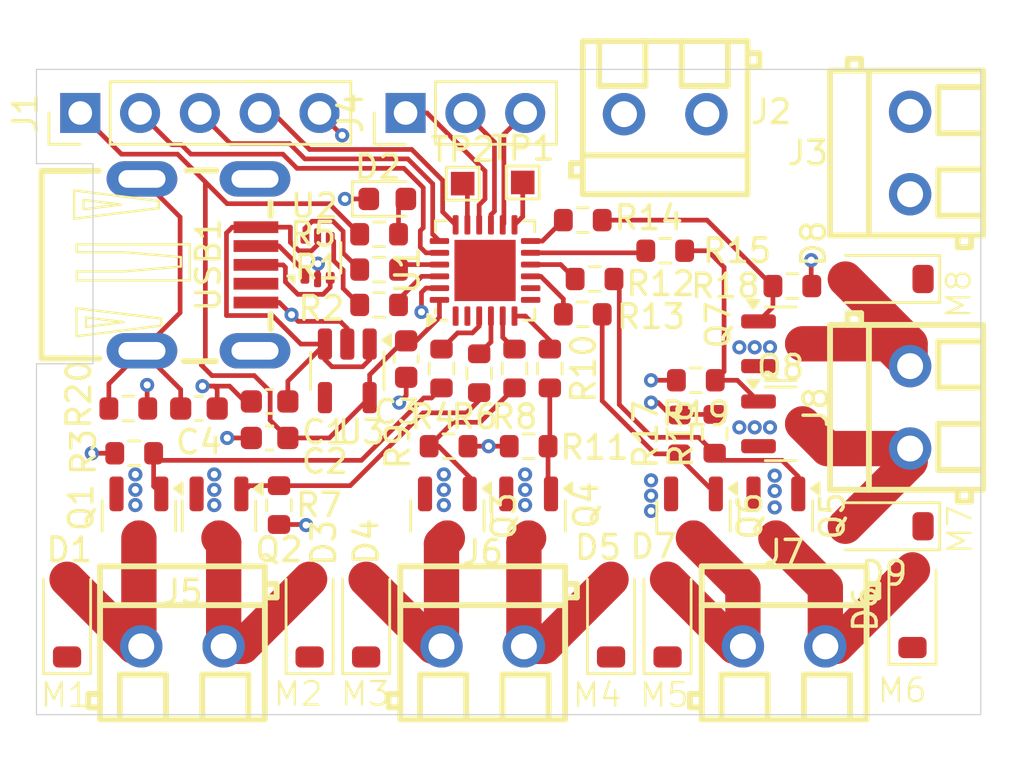
<source format=kicad_pcb>
(kicad_pcb (version 20241229) (generator "pcbnew") (generator_version "9.0")
  (layers (0 "F.Cu" signal) (2 "B.Cu" signal) (13 "F.Paste" user) (15 "B.Paste" user) (5 "F.SilkS" user "F.Silkscreen") (7 "B.SilkS" user "B.Silkscreen") (1 "F.Mask" user) (3 "B.Mask" user) (25 "Edge.Cuts" user))
  (net 0 "")
  (net 1 "GND")
  (net 2 "+5V")
  (net 3 "VDD")
  (net 4 "Vdrive")
  (net 5 "MOTOR1")
  (net 6 "Net-(D2-A)")
  (net 7 "MOTOR2")
  (net 8 "MOTOR3")
  (net 9 "MOTOR4")
  (net 10 "MOTOR6")
  (net 11 "MOTOR5")
  (net 12 "MOTOR8")
  (net 13 "MOTOR7")
  (net 14 "Net-(J1-Pin_2)")
  (net 15 "Net-(J1-Pin_4)")
  (net 16 "Net-(J1-Pin_3)")
  (net 17 "Net-(Q1-G)")
  (net 18 "Net-(Q2-G)")
  (net 19 "Net-(Q3-G)")
  (net 20 "Net-(Q4-G)")
  (net 21 "Net-(Q5-G)")
  (net 22 "Net-(Q6-G)")
  (net 23 "Net-(Q7-G)")
  (net 24 "Net-(Q8-G)")
  (net 25 "Net-(R1-Pad2)")
  (net 26 "Net-(U1-PA24)")
  (net 27 "Net-(R2-Pad1)")
  (net 28 "Net-(U1-PA25)")
  (net 29 "DRIVE1")
  (net 30 "DRIVE2")
  (net 31 "DRIVE3")
  (net 32 "DRIVE4")
  (net 33 "DRIVE6")
  (net 34 "DRIVE5")
  (net 35 "DRIVE8")
  (net 36 "DRIVE7")
  (net 37 "Net-(J4-Pin_1)")
  (net 38 "Net-(J4-Pin_3)")
  (net 41 "Net-(J4-Pin_2)")
  (net 44 "Net-(U1-PA27)")
  (net 45 "Net-(USB1-D+)")
  (net 46 "Net-(USB1-D-)")
  (net 49 "Net-(USB1-6)")
  (net 50 "Net-(U1-PA16)")
  (footprint "Connector_PinHeader_2.54mm:PinHeader_1x03_P2.54mm_Vertical" (layer "F.Cu") (at 66.275 40.75 90)
    (property "Reference" "J4")
    (property "Value" "Extra")
  )
  (footprint "Resistor_SMD:R_0603_1608Metric" (layer "F.Cu") (at 73.8 45.3)
    (property "Reference" "R14")
    (property "Value" "100")
  )
  (footprint "Resistor_SMD:R_0603_1608Metric" (layer "F.Cu") (at 74.3 47.8)
    (property "Reference" "R12")
    (property "Value" "100")
  )
  (footprint "Resistor_SMD:R_0603_1608Metric" (layer "F.Cu") (at 68.1 54.9)
    (property "Reference" "R9")
    (property "Value" "10k")
  )
  (footprint "Diode_SMD:D_SOD-123" (layer "F.Cu") (at 51.9 62.2 90)
    (property "Reference" "D1")
    (property "Value" "D")
  )
  (footprint "C695629:CONN-TH_DB301V-3.5-2P-GN" (layer "F.Cu") (at 56.8 63.4)
    (property "Reference" "J5")
    (property "Value" "Motor")
  )
  (footprint "Resistor_SMD:R_0603_1608Metric" (layer "F.Cu") (at 73.8 49.3)
    (property "Reference" "R13")
    (property "Value" "100")
  )
  (footprint "Diode_SMD:D_SOD-123" (layer "F.Cu") (at 86.6 47.8 180)
    (property "Reference" "D8")
    (property "Value" "D")
  )
  (footprint "Resistor_SMD:R_0603_1608Metric" (layer "F.Cu") (at 65.15 47.4 180)
    (property "Reference" "R1")
    (property "Value" "C107701")
  )
  (footprint "Package_TO_SOT_SMD:SOT-23" (layer "F.Cu") (at 71.5 57.8625 -90)
    (property "Reference" "Q4")
    (property "Value" "AO3400A")
  )
  (footprint "Resistor_SMD:R_0603_1608Metric" (layer "F.Cu") (at 79.4 54.375 90)
    (property "Reference" "R16")
    (property "Value" "10k")
  )
  (footprint "Resistor_SMD:R_0603_1608Metric" (layer "F.Cu") (at 71.5 54.9 180)
    (property "Reference" "R11")
    (property "Value" "10k")
  )
  (footprint "Package_TO_SOT_SMD:SOT-23" (layer "F.Cu") (at 82.2 50.55)
    (property "Reference" "Q7")
    (property "Value" "AO3400A")
  )
  (footprint "Diode_SMD:D_SOD-123" (layer "F.Cu") (at 75 62.2 90)
    (property "Reference" "D5")
    (property "Value" "D")
  )
  (footprint "Resistor_SMD:R_0603_1608Metric" (layer "F.Cu") (at 65.15 45.9)
    (property "Reference" "R5")
    (property "Value" "C22548")
  )
  (footprint "Resistor_SMD:R_0603_1608Metric" (layer "F.Cu") (at 72.4 51.6 -90)
    (property "Reference" "R10")
    (property "Value" "100")
  )
  (footprint "C695629:CONN-TH_DB301V-3.5-2P-GN" (layer "F.Cu") (at 87.7 53.25 90)
    (property "Reference" "J8")
    (property "Value" "Motor")
  )
  (footprint "Resistor_SMD:R_0603_1608Metric" (layer "F.Cu") (at 77.3 46.6)
    (property "Reference" "R15")
    (property "Value" "100")
  )
  (footprint "Resistor_SMD:R_0603_1608Metric" (layer "F.Cu") (at 70.9 51.6 -90)
    (property "Reference" "R8")
    (property "Value" "100")
  )
  (footprint "LED_SMD:LED_0603_1608Metric" (layer "F.Cu") (at 65.5 44.4)
    (property "Reference" "D2")
    (property "Value" "0603")
  )
  (footprint "Diode_SMD:D_SOD-123" (layer "F.Cu") (at 87.8 61.8 90)
    (property "Reference" "D6")
    (property "Value" "D")
  )
  (footprint "Diode_SMD:D_SOD-123" (layer "F.Cu") (at 86.6 58.3 180)
    (property "Reference" "D9")
    (property "Value" "D")
  )
  (footprint "Resistor_SMD:R_0603_1608Metric" (layer "F.Cu") (at 67.8 51.6 -90)
    (property "Reference" "R4")
    (property "Value" "C105588")
  )
  (footprint "Resistor_SMD:R_0603_1608Metric" (layer "F.Cu") (at 78.6 52.1 180)
    (property "Reference" "R19")
    (property "Value" "10k")
  )
  (footprint "Package_TO_SOT_SMD:SOT-23" (layer "F.Cu") (at 68.05 57.8625 -90)
    (property "Reference" "Q3")
    (property "Value" "AO3400A")
  )
  (footprint "C695629:CONN-TH_DB301V-3.5-2P-GN" (layer "F.Cu") (at 82.35 63.4)
    (property "Reference" "J7")
    (property "Value" "Motor")
  )
  (footprint "Package_TO_SOT_SMD:SOT-23" (layer "F.Cu") (at 58.35 57.8625 -90)
    (property "Reference" "Q2")
    (property "Value" "AO3400A")
  )
  (footprint "Connector_PinHeader_2.54mm:PinHeader_1x05_P2.54mm_Vertical" (layer "F.Cu") (at 52.46 40.75 90)
    (property "Reference" "J1")
    (property "Value" "SWD")
  )
  (footprint "TestPoint:TestPoint_Pad_1.0x1.0mm" (layer "F.Cu") (at 71.25 43.7)
    (property "Reference" "TP1")
    (property "Value" "TP23")
  )
  (footprint "Capacitor_SMD:C_0603_1608Metric" (layer "F.Cu") (at 60.5 54.55 180)
    (property "Reference" "C2")
    (property "Value" "10uF")
  )
  (footprint "Package_TO_SOT_SMD:SOT-23" (layer "F.Cu") (at 82 57.8625 -90)
    (property "Reference" "Q5")
    (property "Value" "AO3400A")
  )
  (footprint "Diode_SMD:D_SOD-123" (layer "F.Cu") (at 62.2 62.2 90)
    (property "Reference" "D3")
    (property "Value" "D")
  )
  (footprint "Resistor_SMD:R_0603_1608Metric" (layer "F.Cu") (at 69.4 51.8 -90)
    (property "Reference" "R6")
    (property "Value" "100")
  )
  (footprint "Resistor_SMD:R_0603_1608Metric" (layer "F.Cu") (at 54.5 53.3 180)
    (property "Reference" "R20")
    (property "Value" "1M")
  )
  (footprint "C695629:CONN-TH_DB301V-3.5-2P-GN" (layer "F.Cu") (at 69.55 63.4)
    (property "Reference" "J6")
    (property "Value" "Motor")
  )
  (footprint "Package_TO_SOT_SMD:SOT-23" (layer "F.Cu") (at 54.95 57.8625 -90)
    (property "Reference" "Q1")
    (property "Value" "AO3400A")
  )
  (footprint "Resistor_SMD:R_0603_1608Metric" (layer "F.Cu") (at 82.7 48.1)
    (property "Reference" "R18")
    (property "Value" "10k")
  )
  (footprint "C145778:USB-MINI-SMD_U-M-M5DD-W-1" (layer "F.Cu") (at 57.5 47.2 -90)
    (property "Reference" "USB1")
    (property "Value" "U-M-M5DD-W-1")
  )
  (footprint "Diode_SMD:D_SOD-123" (layer "F.Cu") (at 77.4 62.2 90)
    (property "Reference" "D7")
    (property "Value" "D")
  )
  (footprint "Package_TO_SOT_SMD:SOT-23" (layer "F.Cu") (at 78.5 57.8625 -90)
    (property "Reference" "Q6")
    (property "Value" "AO3400A")
  )
  (footprint "Capacitor_SMD:C_0603_1608Metric" (layer "F.Cu") (at 60.5 53 180)
    (property "Reference" "C1")
    (property "Value" "10uF")
  )
  (footprint "Resistor_SMD:R_0603_1608Metric" (layer "F.Cu") (at 77.9 54.4 90)
    (property "Reference" "R17")
    (property "Value" "10k")
  )
  (footprint "Package_TO_SOT_SMD:SOT-23-5" (layer "F.Cu") (at 63.8 51.7 -90)
    (property "Reference" "U3")
    (property "Value" "MIC5504-3.3YM5")
  )
  (footprint "Package_DFN_QFN:QFN-24-1EP_4x4mm_P0.5mm_EP2.6x2.6mm" (layer "F.Cu") (at 69.65 47.4375 90)
    (property "Reference" "U1")
    (property "Value" "ATSAMD11D14A-M")
  )
  (footprint "Resistor_SMD:R_0603_1608Metric" (layer "F.Cu") (at 65.15 48.9)
    (property "Reference" "R2")
    (property "Value" "C107701")
  )
  (footprint "C695629:CONN-TH_DB301V-3.5-2P-GN" (layer "F.Cu") (at 77.3 40.8 180)
    (property "Reference" "J2")
    (property "Value" "Vin")
  )
  (footprint "Diode_SMD:D_SOD-123" (layer "F.Cu") (at 64.6 62.2 90)
    (property "Reference" "D4")
    (property "Value" "D")
  )
  (footprint "Resistor_SMD:R_0603_1608Metric" (layer "F.Cu") (at 54.75 55.2 180)
    (property "Reference" "R3")
    (property "Value" "C98220")
  )
  (footprint "C695629:CONN-TH_DB301V-3.5-2P-GN" (layer "F.Cu") (at 87.7 42.45 90)
    (property "Reference" "J3")
    (property "Value" "Common High")
  )
  (footprint "Capacitor_SMD:C_0603_1608Metric" (layer "F.Cu") (at 66.3 51.2 -90)
    (property "Reference" "C3")
    (property "Value" "100nF")
  )
  (footprint "Resistor_SMD:R_0603_1608Metric" (layer "F.Cu") (at 60.9 57.4 -90)
    (property "Reference" "R7")
    (property "Value" "10k")
  )
  (footprint "Package_TO_SOT_SMD:SOT-666" (layer "F.Cu") (at 62.5375 46.9 90)
    (property "Reference" "U2")
    (property "Value" "USBLC6-2P6")
  )
  (footprint "Package_TO_SOT_SMD:SOT-23" (layer "F.Cu") (at 82.2 53.95)
    (property "Reference" "Q8")
    (property "Value" "AO3400A")
  )
  (footprint "TestPoint:TestPoint_Pad_1.0x1.0mm" (layer "F.Cu") (at 68.7 43.75)
    (property "Reference" "TP2")
    (property "Value" "TP27")
  )
  (footprint "Capacitor_SMD:C_0603_1608Metric" (layer "F.Cu") (at 57.5 53.3 180)
    (property "Reference" "C4")
    (property "Value" "1nF")
  )
  (gr_line (start 53 51.4) (end 50.6 51.4) (stroke (width 0.05)) (layer "Edge.Cuts"))
  (gr_line (start 50.6 38.9) (end 50.6 42.9) (stroke (width 0.05)) (layer "Edge.Cuts"))
  (gr_line (start 53 42.9) (end 53 51.4) (stroke (width 0.05)) (layer "Edge.Cuts"))
  (gr_line (start 90.7 66.3) (end 50.6 66.3) (stroke (width 0.05)) (layer "Edge.Cuts"))
  (gr_line (start 50.6 38.9) (end 90.7 38.9) (stroke (width 0.05)) (layer "Edge.Cuts"))
  (gr_line (start 90.7 38.9) (end 90.7 66.3) (stroke (width 0.05)) (layer "Edge.Cuts"))
  (gr_line (start 50.6 42.9) (end 53 42.9) (stroke (width 0.05)) (layer "Edge.Cuts"))
  (gr_line (start 50.6 51.4) (end 50.6 66.3) (stroke (width 0.05)) (layer "Edge.Cuts"))
  (gr_text "M6" (at 86.25 65.85 0) (layer "F.SilkS") (effects (font (size 1 1) (thickness 0.1)) (justify left bottom)))
  (gr_text "M7" (at 90.4 59.55 90) (layer "F.SilkS") (effects (font (size 1 1) (thickness 0.1)) (justify left bottom)))
  (gr_text "M1" (at 50.7 66.05 0) (layer "F.SilkS") (effects (font (size 1 1) (thickness 0.1)) (justify left bottom)))
  (gr_text "M4 M5" (at 73.3 66.05 0) (layer "F.SilkS") (effects (font (size 1 1) (thickness 0.1)) (justify left bottom)))
  (gr_text "M2 M3" (at 60.6 66 0) (layer "F.SilkS") (effects (font (size 1 1) (thickness 0.1)) (justify left bottom)))
  (gr_text "M8" (at 90.35 49.55 90) (layer "F.SilkS") (effects (font (size 1 1) (thickness 0.1)) (justify left bottom)))
  (segment (start 76.7 52.1) (end 77.775 52.1) (width 0.2) (layer "F.Cu") (net 1))
  (segment (start 62.025 58.225) (end 60.9 58.225) (width 0.2) (layer "F.Cu") (net 1))
  (segment (start 77.925 53.55) (end 77.9 53.575) (width 0.2) (layer "F.Cu") (net 1))
  (segment (start 59.45 53) (end 59.725 53) (width 0.2) (layer "F.Cu") (net 1))
  (segment (start 66.3 52.75147) (end 66.000735 53.050735) (width 0.2) (layer "F.Cu") (net 1))
  (segment (start 58.8 52.35) (end 59.45 53) (width 0.2) (layer "F.Cu") (net 1))
  (segment (start 60.914868 48.8) (end 59.92 48.8) (width 0.2) (layer "F.Cu") (net 1))
  (segment (start 61.432434 49.317566) (end 60.914868 48.8) (width 0.2) (layer "F.Cu") (net 1))
  (segment (start 63.7 50.4625) (end 63.8 50.5625) (width 0.2) (layer "F.Cu") (net 1))
  (segment (start 62.633142 40.75) (end 63.581142 41.698) (width 0.2) (layer "F.Cu") (net 1))
  (segment (start 57.65 52.35) (end 58.8 52.35) (width 0.2) (layer "F.Cu") (net 1))
  (segment (start 66.95 48.373702) (end 67.136202 48.1875) (width 0.2) (layer "F.Cu") (net 1))
  (segment (start 77.525 53.575) (end 77.9 53.575) (width 0.2) (layer "F.Cu") (net 1))
  (segment (start 76.7 53.05) (end 77 53.05) (width 0.2) (layer "F.Cu") (net 1))
  (segment (start 62.62 40.75) (end 62.633142 40.75) (width 0.2) (layer "F.Cu") (net 1))
  (segment (start 58.15 52.35) (end 58.275 52.475) (width 0.2) (layer "F.Cu") (net 1))
  (segment (start 62.05 58.25) (end 62.025 58.225) (width 0.2) (layer "F.Cu") (net 1))
  (segment (start 66.3 51.975) (end 66.3 52.75147) (width 0.2) (layer "F.Cu") (net 1))
  (segment (start 83.5 47) (end 83.5 48.075) (width 0.2) (layer "F.Cu") (net 1))
  (segment (start 58.275 52.475) (end 58.275 53.3) (width 0.2) (layer "F.Cu") (net 1))
  (segment (start 83.5 48.075) (end 83.525 48.1) (width 0.2) (layer "F.Cu") (net 1))
  (segment (start 61.714868 49.6) (end 61.432434 49.317566) (width 0.2) (layer "F.Cu") (net 1))
  (segment (start 58.7 54.55) (end 59.725 54.55) (width 0.2) (layer "F.Cu") (net 1))
  (segment (start 77 53.05) (end 77.525 53.575) (width 0.2) (layer "F.Cu") (net 1))
  (segment (start 63.8 49.900001) (end 63.499999 49.6) (width 0.2) (layer "F.Cu") (net 1))
  (segment (start 62.55 47.15) (end 62.55 47.8125) (width 0.2) (layer "F.Cu") (net 1))
  (segment (start 66.95 49.2) (end 66.95 48.373702) (width 0.2) (layer "F.Cu") (net 1))
  (segment (start 63.499999 49.6) (end 61.714868 49.6) (width 0.2) (layer "F.Cu") (net 1))
  (segment (start 55.3 52.3) (end 55.3 53.275) (width 0.2) (layer "F.Cu") (net 1))
  (segment (start 69.8 54.9) (end 68.925 54.9) (width 0.2) (layer "F.Cu") (net 1))
  (segment (start 52.95 55.2) (end 53.925 55.2) (width 0.2) (layer "F.Cu") (net 1))
  (segment (start 57.65 52.35) (end 58.15 52.35) (width 0.2) (layer "F.Cu") (net 1))
  (segment (start 79.4 53.55) (end 77.925 53.55) (width 0.2) (layer "F.Cu") (net 1))
  (segment (start 62.55 47.8125) (end 62.5375 47.825) (width 0.2) (layer "F.Cu") (net 1))
  (segment (start 63.7 44.4) (end 64.7125 44.4) (width 0.2) (layer "F.Cu") (net 1))
  (segment (start 67.136202 48.1875) (end 67.7125 48.1875) (width 0.2) (layer "F.Cu") (net 1))
  (segment (start 63.8 50.5625) (end 63.8 49.900001) (width 0.2) (layer "F.Cu") (net 1))
  (segment (start 69.8 54.9) (end 70.675 54.9) (width 0.2) (layer "F.Cu") (net 1))
  (segment (start 55.3 53.275) (end 55.325 53.3) (width 0.2) (layer "F.Cu") (net 1))
  (via (at 81.75 54.1) (size 0.6) (drill 0.3) (layers "F.Cu" "B.Cu") (net 1))
  (via (at 81.75 50.7) (size 0.6) (drill 0.3) (layers "F.Cu" "B.Cu") (net 1))
  (via (at 58.15 57.4) (size 0.6) (drill 0.3) (layers "F.Cu" "B.Cu") (net 1))
  (via (at 58.7 54.55) (size 0.6) (drill 0.3) (layers "F.Cu" "B.Cu") (net 1))
  (via (at 52.95 55.2) (size 0.6) (drill 0.3) (layers "F.Cu" "B.Cu") (net 1))
  (via (at 66.95 49.2) (size 0.6) (drill 0.3) (layers "F.Cu" "B.Cu") (net 1))
  (via (at 58.15 56.1) (size 0.6) (drill 0.3) (layers "F.Cu" "B.Cu") (net 1))
  (via (at 66.000735 53.050735) (size 0.6) (drill 0.3) (layers "F.Cu" "B.Cu") (net 1))
  (via (at 54.8 56.75) (size 0.6) (drill 0.3) (layers "F.Cu" "B.Cu") (net 1))
  (via (at 62.05 58.25) (size 0.6) (drill 0.3) (layers "F.Cu" "B.Cu") (net 1))
  (via (at 69.8 54.9) (size 0.6) (drill 0.3) (layers "F.Cu" "B.Cu") (net 1))
  (via (at 54.8 56.1) (size 0.6) (drill 0.3) (layers "F.Cu" "B.Cu") (net 1))
  (via (at 83.5 47) (size 0.6) (drill 0.3) (layers "F.Cu" "B.Cu") (net 1))
  (via (at 57.65 52.35) (size 0.6) (drill 0.3) (layers "F.Cu" "B.Cu") (net 1))
  (via (at 63.581142 41.698) (size 0.6) (drill 0.3) (layers "F.Cu" "B.Cu") (net 1))
  (via (at 80.45 50.7) (size 0.6) (drill 0.3) (layers "F.Cu" "B.Cu") (net 1))
  (via (at 67.9 56.75) (size 0.6) (drill 0.3) (layers "F.Cu" "B.Cu") (net 1))
  (via (at 76.7 52.1) (size 0.6) (drill 0.3) (layers "F.Cu" "B.Cu") (net 1))
  (via (at 63.7 44.4) (size 0.6) (drill 0.3) (layers "F.Cu" "B.Cu") (net 1))
  (via (at 76.7 56.35) (size 0.6) (drill 0.3) (layers "F.Cu" "B.Cu") (net 1))
  (via (at 80.45 54.1) (size 0.6) (drill 0.3) (layers "F.Cu" "B.Cu") (net 1))
  (via (at 76.7 53.05) (size 0.6) (drill 0.3) (layers "F.Cu" "B.Cu") (net 1))
  (via (at 81.1 54.1) (size 0.6) (drill 0.3) (layers "F.Cu" "B.Cu") (net 1))
  (via (at 71.35 57.4) (size 0.6) (drill 0.3) (layers "F.Cu" "B.Cu") (net 1))
  (via (at 67.9 57.4) (size 0.6) (drill 0.3) (layers "F.Cu" "B.Cu") (net 1))
  (via (at 71.35 56.75) (size 0.6) (drill 0.3) (layers "F.Cu" "B.Cu") (net 1))
  (via (at 58.15 56.75) (size 0.6) (drill 0.3) (layers "F.Cu" "B.Cu") (net 1))
  (via (at 81.1 50.7) (size 0.6) (drill 0.3) (layers "F.Cu" "B.Cu") (net 1))
  (via (at 62.55 47.15) (size 0.6) (drill 0.3) (layers "F.Cu" "B.Cu") (net 1))
  (via (at 55.3 52.3) (size 0.6) (drill 0.3) (layers "F.Cu" "B.Cu") (net 1))
  (via (at 81.95 57.5) (size 0.6) (drill 0.3) (layers "F.Cu" "B.Cu") (net 1))
  (via (at 76.7 57.65) (size 0.6) (drill 0.3) (layers "F.Cu" "B.Cu") (net 1))
  (via (at 81.95 56.15) (size 0.6) (drill 0.3) (layers "F.Cu" "B.Cu") (net 1))
  (via (at 54.8 57.4) (size 0.6) (drill 0.3) (layers "F.Cu" "B.Cu") (net 1))
  (via (at 76.7 57) (size 0.6) (drill 0.3) (layers "F.Cu" "B.Cu") (net 1))
  (via (at 81.95 56.8) (size 0.6) (drill 0.3) (layers "F.Cu" "B.Cu") (net 1))
  (via (at 71.35 56.1) (size 0.6) (drill 0.3) (layers "F.Cu" "B.Cu") (net 1))
  (via (at 67.9 56.1) (size 0.6) (drill 0.3) (layers "F.Cu" "B.Cu") (net 1))
  (via (at 61.432434 49.317566) (size 0.6) (drill 0.3) (layers "F.Cu" "B.Cu") (net 1))
  (segment (start 62.85 50.5625) (end 61.828838 50.5625) (width 0.2) (layer "F.Cu") (net 2))
  (segment (start 58.669 49.351) (end 58.669 45.849) (width 0.2) (layer "F.Cu") (net 2))
  (segment (start 61.740142 46.601) (end 62.283318 46.601) (width 0.2) (layer "F.Cu") (net 2))
  (segment (start 58.669 45.849) (end 58.918 45.6) (width 0.2) (layer "F.Cu") (net 2))
  (segment (start 63.151001 51.526) (end 64.448999 51.526) (width 0.2) (layer "F.Cu") (net 2))
  (segment (start 58.918 45.6) (end 59.92 45.6) (width 0.2) (layer "F.Cu") (net 2))
  (segment (start 62.5375 46.346818) (end 62.5375 45.975) (width 0.2) (layer "F.Cu") (net 2))
  (segment (start 62.85 51.224999) (end 63.151001 51.526) (width 0.2) (layer "F.Cu") (net 2))
  (segment (start 64.75 51.224999) (end 64.75 50.5625) (width 0.2) (layer "F.Cu") (net 2))
  (segment (start 64.448999 51.526) (end 64.75 51.224999) (width 0.2) (layer "F.Cu") (net 2))
  (segment (start 61.828838 50.5625) (end 60.617338 49.351) (width 0.2) (layer "F.Cu") (net 2))
  (segment (start 61.383858 45.6) (end 61.383858 46.244716) (width 0.2) (layer "F.Cu") (net 2))
  (segment (start 61.383858 46.244716) (end 61.740142 46.601) (width 0.2) (layer "F.Cu") (net 2))
  (segment (start 61.275 53) (end 61.275 52.1375) (width 0.2) (layer "F.Cu") (net 2))
  (segment (start 61.275 52.1375) (end 62.85 50.5625) (width 0.2) (layer "F.Cu") (net 2))
  (segment (start 62.283318 46.601) (end 62.5375 46.346818) (width 0.2) (layer "F.Cu") (net 2))
  (segment (start 60.617338 49.351) (end 58.669 49.351) (width 0.2) (layer "F.Cu") (net 2))
  (segment (start 62.85 50.5625) (end 62.85 51.224999) (width 0.2) (layer "F.Cu") (net 2))
  (segment (start 59.92 45.6) (end 61.383858 45.6) (width 0.2) (layer "F.Cu") (net 2))
  (segment (start 60.524 53.799) (end 60.524 52.57389) (width 0.2) (layer "F.Cu") (net 3))
  (segment (start 63.051057 44.601) (end 63.051057 44.626057) (width 0.2) (layer "F.Cu") (net 3))
  (segment (start 64.75 51.866968) (end 64.75 52.8375) (width 0.2) (layer "F.Cu") (net 3))
  (segment (start 66.3 50.425) (end 66.191968 50.425) (width 0.2) (layer "F.Cu") (net 3))
  (segment (start 67.7125 49.4375) (end 66.725 50.425) (width 0.2) (layer "F.Cu") (net 3))
  (segment (start 57.6 51.45) (end 57.771831 51.278169) (width 0.2) (layer "F.Cu") (net 3))
  (segment (start 57.771831 51.278169) (end 57.771831 43.678169) (width 0.2) (layer "F.Cu") (net 3))
  (segment (start 52.46 40.75) (end 54.209 42.499) (width 0.2) (layer "F.Cu") (net 3))
  (segment (start 58.051 51.901) (end 57.6 51.45) (width 0.2) (layer "F.Cu") (net 3))
  (segment (start 60.524 52.57389) (end 59.85111 51.901) (width 0.2) (layer "F.Cu") (net 3))
  (segment (start 59.85111 51.901) (end 58.051 51.901) (width 0.2) (layer "F.Cu") (net 3))
  (segment (start 63.051057 44.626057) (end 64.325 45.9) (width 0.2) (layer "F.Cu") (net 3))
  (segment (start 54.209 42.499) (end 56.592662 42.499) (width 0.2) (layer "F.Cu") (net 3))
  (segment (start 66.725 50.425) (end 66.3 50.425) (width 0.2) (layer "F.Cu") (net 3))
  (segment (start 64.75 52.8375) (end 63.0375 54.55) (width 0.2) (layer "F.Cu") (net 3))
  (segment (start 67.7125 48.6875) (end 67.7125 49.4375) (width 0.2) (layer "F.Cu") (net 3))
  (segment (start 61.275 54.55) (end 60.524 53.799) (width 0.2) (layer "F.Cu") (net 3))
  (segment (start 66.191968 50.425) (end 64.75 51.866968) (width 0.2) (layer "F.Cu") (net 3))
  (segment (start 56.592662 42.499) (end 57.771831 43.678169) (width 0.2) (layer "F.Cu") (net 3))
  (segment (start 63.0375 54.55) (end 61.275 54.55) (width 0.2) (layer "F.Cu") (net 3))
  (segment (start 63.051057 44.601) (end 58.694662 44.601) (width 0.2) (layer "F.Cu") (net 3))
  (segment (start 58.694662 44.601) (end 57.771831 43.678169) (width 0.2) (layer "F.Cu") (net 3))
  (segment (start 54.95 58.8) (end 54.95 63.3) (width 1.5) (layer "F.Cu") (net 5))
  (segment (start 55.05 63.4) (end 54.75 63.4) (width 1.5) (layer "F.Cu") (net 5))
  (segment (start 54.75 63.4) (end 51.9 60.55) (width 1.5) (layer "F.Cu") (net 5))
  (segment (start 54.95 63.3) (end 55.05 63.4) (width 1.5) (layer "F.Cu") (net 5))
  (segment (start 65.975 44.7125) (end 66.2875 44.4) (width 0.2) (layer "F.Cu") (net 6))
  (segment (start 65.975 45.9) (end 65.975 44.7125) (width 0.2) (layer "F.Cu") (net 6))
  (segment (start 58.55 63.4) (end 59.35 63.4) (width 1.5) (layer "F.Cu") (net 7))
  (segment (start 59.35 63.4) (end 62.2 60.55) (width 1.5) (layer "F.Cu") (net 7))
  (segment (start 58.55 59) (end 58.35 58.8) (width 1.5) (layer "F.Cu") (net 7))
  (segment (start 58.55 63.4) (end 58.55 59) (width 1.5) (layer "F.Cu") (net 7))
  (segment (start 67.45 63.4) (end 64.6 60.55) (width 1.5) (layer "F.Cu") (net 8))
  (segment (start 67.8 63.4) (end 67.45 63.4) (width 1.5) (layer "F.Cu") (net 8))
  (segment (start 67.8 59.05) (end 68.05 58.8) (width 1.5) (layer "F.Cu") (net 8))
  (segment (start 67.8 63.4) (end 67.8 59.05) (width 1.5) (layer "F.Cu") (net 8))
  (segment (start 71.3 59) (end 71.5 58.8) (width 1.5) (layer "F.Cu") (net 9))
  (segment (start 71.3 63.4) (end 71.3 59) (width 1.5) (layer "F.Cu") (net 9))
  (segment (start 72.15 63.4) (end 75 60.55) (width 1.5) (layer "F.Cu") (net 9))
  (segment (start 71.3 63.4) (end 72.15 63.4) (width 1.5) (layer "F.Cu") (net 9))
  (segment (start 84.1 63.4) (end 84.1 60.9) (width 1.5) (layer "F.Cu") (net 10))
  (segment (start 84.1 63.4) (end 84.55 63.4) (width 1.5) (layer "F.Cu") (net 10))
  (segment (start 84.55 63.4) (end 87.8 60.15) (width 1.5) (layer "F.Cu") (net 10))
  (segment (start 84.1 60.9) (end 82 58.8) (width 1.5) (layer "F.Cu") (net 10))
  (segment (start 80.25 63.4) (end 77.4 60.55) (width 1.5) (layer "F.Cu") (net 11))
  (segment (start 80.6 60.9) (end 78.5 58.8) (width 1.5) (layer "F.Cu") (net 11))
  (segment (start 80.6 63.4) (end 80.25 63.4) (width 1.5) (layer "F.Cu") (net 11))
  (segment (start 80.6 63.4) (end 80.6 60.9) (width 1.5) (layer "F.Cu") (net 11))
  (segment (start 87.7 50.55) (end 84.95 47.8) (width 1.5) (layer "F.Cu") (net 12))
  (segment (start 83.1375 50.55) (end 86.75 50.55) (width 1.5) (layer "F.Cu") (net 12))
  (segment (start 87.7 51.5) (end 87.7 50.55) (width 1.5) (layer "F.Cu") (net 12))
  (segment (start 86.75 50.55) (end 87.7 51.5) (width 1.5) (layer "F.Cu") (net 12))
  (segment (start 84.1875 55) (end 83.1375 53.95) (width 1.5) (layer "F.Cu") (net 13))
  (segment (start 87.7 55.55) (end 84.95 58.3) (width 1.5) (layer "F.Cu") (net 13))
  (segment (start 87.7 55) (end 84.1875 55) (width 1.5) (layer "F.Cu") (net 13))
  (segment (start 87.7 55) (end 87.7 55.55) (width 1.5) (layer "F.Cu") (net 13))
  (segment (start 66.9 45.75) (end 66.9 46.45) (width 0.2) (layer "F.Cu") (net 14))
  (segment (start 67.026 45.624) (end 66.9 45.75) (width 0.2) (layer "F.Cu") (net 14))
  (segment (start 61.666338 43.1) (end 66.2036 43.1) (width 0.2) (layer "F.Cu") (net 14))
  (segment (start 56.993662 42.3329) (end 57.159762 42.499) (width 0.2) (layer "F.Cu") (net 14))
  (segment (start 56.348 42.098) (end 56.426562 42.098) (width 0.2) (layer "F.Cu") (net 14))
  (segment (start 56.426562 42.098) (end 56.758762 42.098) (width 0.2) (layer "F.Cu") (net 14))
  (segment (start 66.9 46.45) (end 67.1375 46.6875) (width 0.2) (layer "F.Cu") (net 14))
  (segment (start 67.1375 46.6875) (end 67.7125 46.6875) (width 0.2) (layer "F.Cu") (net 14))
  (segment (start 66.2036 43.1) (end 67.026 43.9224) (width 0.2) (layer "F.Cu") (net 14))
  (segment (start 56.758762 42.098) (end 56.993662 42.3329) (width 0.2) (layer "F.Cu") (net 14))
  (segment (start 55 40.75) (end 56.348 42.098) (width 0.2) (layer "F.Cu") (net 14))
  (segment (start 67.026 43.9224) (end 67.026 45.624) (width 0.2) (layer "F.Cu") (net 14))
  (segment (start 57.159762 42.499) (end 61.065338 42.499) (width 0.2) (layer "F.Cu") (net 14))
  (segment (start 61.065338 42.499) (end 61.666338 43.1) (width 0.2) (layer "F.Cu") (net 14))
  (segment (start 62.198 42.298) (end 66.5358 42.298) (width 0.2) (layer "F.Cu") (net 15))
  (segment (start 67.85 43.6122) (end 67.85 44.95) (width 0.2) (layer "F.Cu") (net 15))
  (segment (start 60.65 40.75) (end 62.198 42.298) (width 0.2) (layer "F.Cu") (net 15))
  (segment (start 66.5358 42.298) (end 67.85 43.6122) (width 0.2) (layer "F.Cu") (net 15))
  (segment (start 60.08 40.75) (end 60.65 40.75) (width 0.2) (layer "F.Cu") (net 15))
  (segment (start 67.85 44.95) (end 68.4 45.5) (width 0.2) (layer "F.Cu") (net 15))
  (segment (start 58.84 42.05) (end 61.35 42.05) (width 0.2) (layer "F.Cu") (net 16))
  (segment (start 61.999 42.699) (end 66.3697 42.699) (width 0.2) (layer "F.Cu") (net 16))
  (segment (start 67.427 43.7563) (end 67.427 45.902) (width 0.2) (layer "F.Cu") (net 16))
  (segment (start 61.35 42.05) (end 61.999 42.699) (width 0.2) (layer "F.Cu") (net 16))
  (segment (start 57.54 40.75) (end 58.84 42.05) (width 0.2) (layer "F.Cu") (net 16))
  (segment (start 66.3697 42.699) (end 67.427 43.7563) (width 0.2) (layer "F.Cu") (net 16))
  (segment (start 67.427 45.902) (end 67.7125 46.1875) (width 0.2) (layer "F.Cu") (net 16))
  (segment (start 55.575 56.6) (end 55.9 56.925) (width 0.2) (layer "F.Cu") (net 17))
  (segment (start 67.375 52.85) (end 67.05 52.85) (width 0.2) (layer "F.Cu") (net 17))
  (segment (start 64.4 55.5) (end 55.875 55.5) (width 0.2) (layer "F.Cu") (net 17))
  (segment (start 55.875 55.5) (end 55.575 55.2) (width 0.2) (layer "F.Cu") (net 17))
  (segment (start 67.8 52.425) (end 67.375 52.85) (width 0.2) (layer "F.Cu") (net 17))
  (segment (start 67.05 52.85) (end 64.4 55.5) (width 0.2) (layer "F.Cu") (net 17))
  (segment (start 55.575 55.2) (end 55.575 56.6) (width 0.2) (layer "F.Cu") (net 17))
  (segment (start 68.86645 53.48355) (end 67.01645 53.48355) (width 0.2) (layer "F.Cu") (net 18))
  (segment (start 63.925 56.575) (end 60.9 56.575) (width 0.2) (layer "F.Cu") (net 18))
  (segment (start 69.4 52.95) (end 68.86645 53.48355) (width 0.2) (layer "F.Cu") (net 18))
  (segment (start 60.9 56.575) (end 59.65 56.575) (width 0.2) (layer "F.Cu") (net 18))
  (segment (start 69.4 52.625) (end 69.4 52.95) (width 0.2) (layer "F.Cu") (net 18))
  (segment (start 59.65 56.575) (end 59.3 56.925) (width 0.2) (layer "F.Cu") (net 18))
  (segment (start 67.01645 53.48355) (end 63.925 56.575) (width 0.2) (layer "F.Cu") (net 18))
  (segment (start 67.275 54.9) (end 67.675 54.9) (width 0.2) (layer "F.Cu") (net 19))
  (segment (start 69.44045 53.88455) (end 68.29045 53.88455) (width 0.2) (layer "F.Cu") (net 19))
  (segment (start 68.29045 53.88455) (end 67.275 54.9) (width 0.2) (layer "F.Cu") (net 19))
  (segment (start 70.9 52.425) (end 69.44045 53.88455) (width 0.2) (layer "F.Cu") (net 19))
  (segment (start 69 56.225) (end 69 56.925) (width 0.2) (layer "F.Cu") (net 19))
  (segment (start 67.675 54.9) (end 69 56.225) (width 0.2) (layer "F.Cu") (net 19))
  (segment (start 72.4 54.825) (end 72.325 54.9) (width 0.2) (layer "F.Cu") (net 20))
  (segment (start 72.325 56.8) (end 72.45 56.925) (width 0.2) (layer "F.Cu") (net 20))
  (segment (start 72.325 54.9) (end 72.325 56.8) (width 0.2) (layer "F.Cu") (net 20))
  (segment (start 72.4 52.425) (end 72.4 54.825) (width 0.2) (layer "F.Cu") (net 20))
  (segment (start 79.4 55.2) (end 78.724 54.524) (width 0.2) (layer "F.Cu") (net 21))
  (segment (start 82.263499 55.501) (end 82.95 56.187501) (width 0.2) (layer "F.Cu") (net 21))
  (segment (start 82.95 56.187501) (end 82.95 56.925) (width 0.2) (layer "F.Cu") (net 21))
  (segment (start 76.7411 54.524) (end 75.35 53.1329) (width 0.2) (layer "F.Cu") (net 21))
  (segment (start 75.35 47.8) (end 75.125 47.8) (width 0.2) (layer "F.Cu") (net 21))
  (segment (start 78.724 54.524) (end 76.7411 54.524) (width 0.2) (layer "F.Cu") (net 21))
  (segment (start 79.4 55.2) (end 79.701 55.501) (width 0.2) (layer "F.Cu") (net 21))
  (segment (start 79.701 55.501) (end 82.263499 55.501) (width 0.2) (layer "F.Cu") (net 21))
  (segment (start 75.35 53.1329) (end 75.35 47.8) (width 0.2) (layer "F.Cu") (net 21))
  (segment (start 77.9 55.375) (end 77.9 55.225) (width 0.2) (layer "F.Cu") (net 22))
  (segment (start 79.45 56.925) (end 77.9 55.375) (width 0.2) (layer "F.Cu") (net 22))
  (segment (start 74.625 49.3) (end 74.625 52.975) (width 0.2) (layer "F.Cu") (net 22))
  (segment (start 74.625 52.975) (end 76.875 55.225) (width 0.2) (layer "F.Cu") (net 22))
  (segment (start 76.875 55.225) (end 77.9 55.225) (width 0.2) (layer "F.Cu") (net 22))
  (segment (start 79.075 45.3) (end 74.625 45.3) (width 0.2) (layer "F.Cu") (net 23))
  (segment (start 81.875 48.1) (end 81.875 48.9875) (width 0.2) (layer "F.Cu") (net 23))
  (segment (start 81.875 48.9875) (end 81.2625 49.6) (width 0.2) (layer "F.Cu") (net 23))
  (segment (start 81.875 48.1) (end 79.075 45.3) (width 0.2) (layer "F.Cu") (net 23))
  (segment (start 79.8 47.3) (end 79.1 46.6) (width 0.2) (layer "F.Cu") (net 24))
  (segment (start 79.425 52.1) (end 79.8 51.725) (width 0.2) (layer "F.Cu") (net 24))
  (segment (start 79.8 51.725) (end 79.8 47.3) (width 0.2) (layer "F.Cu") (net 24))
  (segment (start 79.1 46.6) (end 78.125 46.6) (width 0.2) (layer "F.Cu") (net 24))
  (segment (start 79.425 52.1) (end 80.3625 52.1) (width 0.2) (layer "F.Cu") (net 24))
  (segment (start 80.3625 52.1) (end 81.2625 53) (width 0.2) (layer "F.Cu") (net 24))
  (segment (start 62 45.653676) (end 62 46.05) (width 0.2) (layer "F.Cu") (net 25))
  (segment (start 64.325 47.4) (end 63.624 46.699) (width 0.2) (layer "F.Cu") (net 25))
  (segment (start 62.304676 45.349) (end 62 45.653676) (width 0.2) (layer "F.Cu") (net 25))
  (segment (start 63.624 45.776) (end 63.197 45.349) (width 0.2) (layer "F.Cu") (net 25))
  (segment (start 63.197 45.349) (end 62.304676 45.349) (width 0.2) (layer "F.Cu") (net 25))
  (segment (start 63.624 46.699) (end 63.624 45.776) (width 0.2) (layer "F.Cu") (net 25))
  (segment (start 66.1875 47.1875) (end 65.975 47.4) (width 0.2) (layer "F.Cu") (net 26))
  (segment (start 67.7125 47.1875) (end 66.1875 47.1875) (width 0.2) (layer "F.Cu") (net 26))
  (segment (start 63.223 46.198) (end 63.075 46.05) (width 0.2) (layer "F.Cu") (net 27))
  (segment (start 63.624 47.424) (end 63.223 47.023) (width 0.2) (layer "F.Cu") (net 27))
  (segment (start 63.223 47.023) (end 63.223 46.198) (width 0.2) (layer "F.Cu") (net 27))
  (segment (start 63.624 48.199) (end 63.624 47.424) (width 0.2) (layer "F.Cu") (net 27))
  (segment (start 64.325 48.9) (end 63.624 48.199) (width 0.2) (layer "F.Cu") (net 27))
  (segment (start 67.7125 47.6875) (end 66.9625 47.6875) (width 0.2) (layer "F.Cu") (net 28))
  (segment (start 66.9625 47.6875) (end 65.975 48.675) (width 0.2) (layer "F.Cu") (net 28))
  (segment (start 65.975 48.675) (end 65.975 48.9) (width 0.2) (layer "F.Cu") (net 28))
  (segment (start 69.114798 50.0885) (end 69.4 49.803298) (width 0.2) (layer "F.Cu") (net 29))
  (segment (start 69.4 49.803298) (end 69.4 49.375) (width 0.2) (layer "F.Cu") (net 29))
  (segment (start 68.4865 50.0885) (end 69.114798 50.0885) (width 0.2) (layer "F.Cu") (net 29))
  (segment (start 67.8 50.775) (end 68.4865 50.0885) (width 0.2) (layer "F.Cu") (net 29))
  (segment (start 69.9 50.475) (end 69.4 50.975) (width 0.2) (layer "F.Cu") (net 30))
  (segment (start 69.9 49.375) (end 69.9 50.475) (width 0.2) (layer "F.Cu") (net 30))
  (segment (start 70.4 50.275) (end 70.9 50.775) (width 0.2) (layer "F.Cu") (net 31))
  (segment (start 70.4 49.375) (end 70.4 50.275) (width 0.2) (layer "F.Cu") (net 31))
  (segment (start 72.4 50.412866) (end 71.362134 49.375) (width 0.2) (layer "F.Cu") (net 32))
  (segment (start 71.362134 49.375) (end 70.9 49.375) (width 0.2) (layer "F.Cu") (net 32))
  (segment (start 72.4 50.775) (end 72.4 50.412866) (width 0.2) (layer "F.Cu") (net 32))
  (segment (start 73.475 47.8) (end 72.8625 47.1875) (width 0.2) (layer "F.Cu") (net 33))
  (segment (start 72.8625 47.1875) (end 71.5875 47.1875) (width 0.2) (layer "F.Cu") (net 33))
  (segment (start 72.975 48.646702) (end 72.975 49.3) (width 0.2) (layer "F.Cu") (net 34))
  (segment (start 71.5875 47.6875) (end 72.015798 47.6875) (width 0.2) (layer "F.Cu") (net 34))
  (segment (start 72.015798 47.6875) (end 72.975 48.646702) (width 0.2) (layer "F.Cu") (net 34))
  (segment (start 71.5875 46.1875) (end 72.0875 46.1875) (width 0.2) (layer "F.Cu") (net 35))
  (segment (start 72.0875 46.1875) (end 72.975 45.3) (width 0.2) (layer "F.Cu") (net 35))
  (segment (start 71.5875 46.6875) (end 76.3875 46.6875) (width 0.2) (layer "F.Cu") (net 36))
  (segment (start 76.3875 46.6875) (end 76.475 46.6) (width 0.2) (layer "F.Cu") (net 36))
  (segment (start 69.4 44.652) (end 69.648 44.404) (width 0.2) (layer "F.Cu") (net 37))
  (segment (start 69.648 43.21076) (end 68.33824 41.901) (width 0.2) (layer "F.Cu") (net 37))
  (segment (start 67.664 41.22676) (end 67.18724 40.75) (width 0.2) (layer "F.Cu") (net 37))
  (segment (start 69.648 44.404) (end 69.648 43.21076) (width 0.2) (layer "F.Cu") (net 37))
  (segment (start 67.18724 40.75) (end 66.275 40.75) (width 0.2) (layer "F.Cu") (net 37))
  (segment (start 69.4 45.5) (end 69.4 44.652) (width 0.2) (layer "F.Cu") (net 37))
  (segment (start 68.33824 41.901) (end 67.664 41.22676) (width 0.2) (layer "F.Cu") (net 37))
  (segment (start 70.45 41.655) (end 71.355 40.75) (width 0.2) (layer "F.Cu") (net 38))
  (segment (start 70.45 45.45) (end 70.45 41.655) (width 0.2) (layer "F.Cu") (net 38))
  (segment (start 70.4 45.5) (end 70.45 45.45) (width 0.2) (layer "F.Cu") (net 38))
  (segment (start 70.049 44.922702) (end 70.049 41.984) (width 0.2) (layer "F.Cu") (net 41))
  (segment (start 70.049 41.984) (end 68.815 40.75) (width 0.2) (layer "F.Cu") (net 41))
  (segment (start 69.9 45.071702) (end 70.049 44.922702) (width 0.2) (layer "F.Cu") (net 41))
  (segment (start 69.9 45.5) (end 69.9 45.071702) (width 0.2) (layer "F.Cu") (net 41))
  (segment (start 68.9 43.95) (end 68.7 43.75) (width 0.2) (layer "F.Cu") (net 44))
  (segment (start 68.9 45.5) (end 68.9 43.95) (width 0.2) (layer "F.Cu") (net 44))
  (segment (start 61.171 47.921) (end 61.171 47.301) (width 0.2) (layer "F.Cu") (net 45))
  (segment (start 63.075 48.146324) (end 62.770324 48.451) (width 0.2) (layer "F.Cu") (net 45))
  (segment (start 61.07 47.2) (end 59.92 47.2) (width 0.2) (layer "F.Cu") (net 45))
  (segment (start 61.701 48.451) (end 61.171 47.921) (width 0.2) (layer "F.Cu") (net 45))
  (segment (start 63.075 47.75) (end 63.075 48.146324) (width 0.2) (layer "F.Cu") (net 45))
  (segment (start 62.770324 48.451) (end 61.701 48.451) (width 0.2) (layer "F.Cu") (net 45))
  (segment (start 61.171 47.301) (end 61.07 47.2) (width 0.2) (layer "F.Cu") (net 45))
  (segment (start 62 47.75) (end 62 47.500001) (width 0.2) (layer "F.Cu") (net 46))
  (segment (start 60.899999 46.4) (end 59.92 46.4) (width 0.2) (layer "F.Cu") (net 46))
  (segment (start 62 47.500001) (end 60.899999 46.4) (width 0.2) (layer "F.Cu") (net 46))
  (segment (start 56.7 45.17) (end 56.7 49.23) (width 0.2) (layer "F.Cu") (net 49))
  (segment (start 55.08 50.85) (end 56.725 52.495) (width 0.2) (layer "F.Cu") (net 49))
  (segment (start 56.725 52.495) (end 56.725 53.3) (width 0.2) (layer "F.Cu") (net 49))
  (segment (start 55.08 43.55) (end 56.7 45.17) (width 0.2) (layer "F.Cu") (net 49))
  (segment (start 53.675 52.255) (end 55.08 50.85) (width 0.2) (layer "F.Cu") (net 49))
  (segment (start 53.675 53.3) (end 53.675 52.255) (width 0.2) (layer "F.Cu") (net 49))
  (segment (start 56.7 49.23) (end 55.08 50.85) (width 0.2) (layer "F.Cu") (net 49))
  (segment (start 71.25 45.15) (end 70.9 45.5) (width 0.2) (layer "F.Cu") (net 50))
  (segment (start 71.25 43.7) (end 71.25 45.15) (width 0.2) (layer "F.Cu") (net 50))
)
</source>
